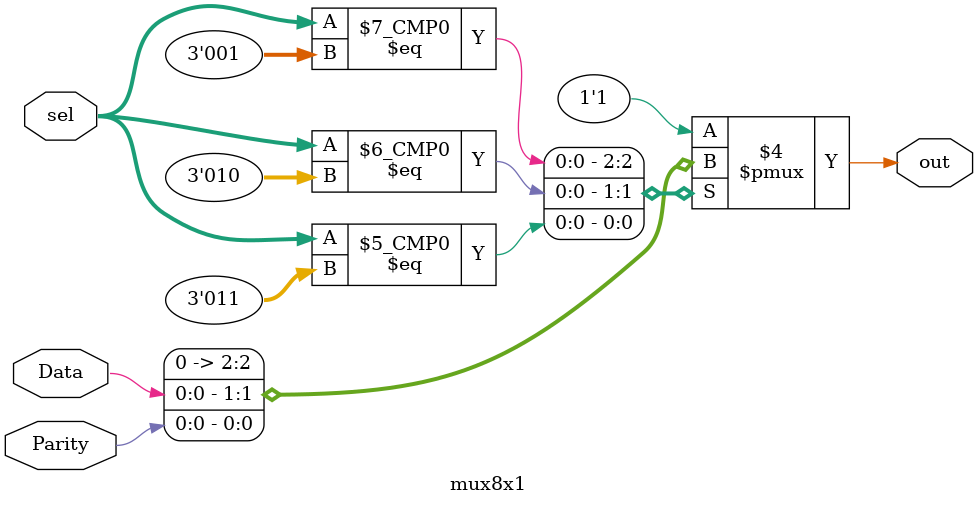
<source format=v>
`timescale 1ns / 1ps


module mux8x1(
    input[2:0] sel,
    input Data,
    input Parity,
    output reg out
    );
    
    parameter idle = 3'b000, start = 3'b001, data = 3'b010, parity = 3'b011, stop = 3'b100;
    always@(*) begin
        out=1;
        case(sel)
            idle:   out=1;
            start:  out=0;
            data :  out = Data;
            parity: out = Parity;
            stop:   out =1;
        
        endcase
    end
    
    
    
    
    
    
    
    
    
    
    
endmodule

</source>
